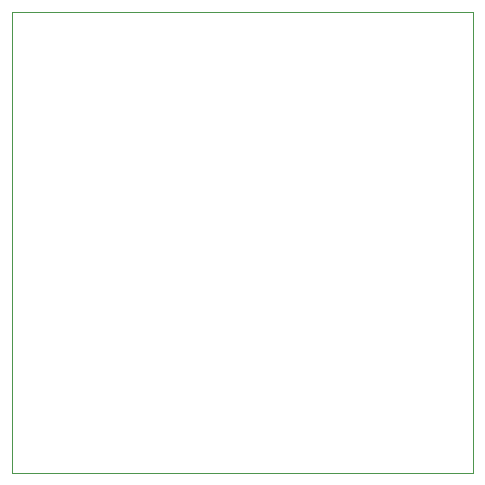
<source format=gbr>
%TF.GenerationSoftware,KiCad,Pcbnew,7.0.10*%
%TF.CreationDate,2024-02-04T10:39:00+08:00*%
%TF.ProjectId,42stepmotor,34327374-6570-46d6-9f74-6f722e6b6963,rev?*%
%TF.SameCoordinates,Original*%
%TF.FileFunction,Profile,NP*%
%FSLAX46Y46*%
G04 Gerber Fmt 4.6, Leading zero omitted, Abs format (unit mm)*
G04 Created by KiCad (PCBNEW 7.0.10) date 2024-02-04 10:39:00*
%MOMM*%
%LPD*%
G01*
G04 APERTURE LIST*
%TA.AperFunction,Profile*%
%ADD10C,0.100000*%
%TD*%
G04 APERTURE END LIST*
D10*
X96000000Y-85000000D02*
X96000000Y-124000000D01*
X100000000Y-124000000D02*
X135000000Y-124000000D01*
X135000000Y-85000000D02*
X96000000Y-85000000D01*
X96000000Y-124000000D02*
X100000000Y-124000000D01*
X135000000Y-124000000D02*
X135000000Y-85000000D01*
M02*

</source>
